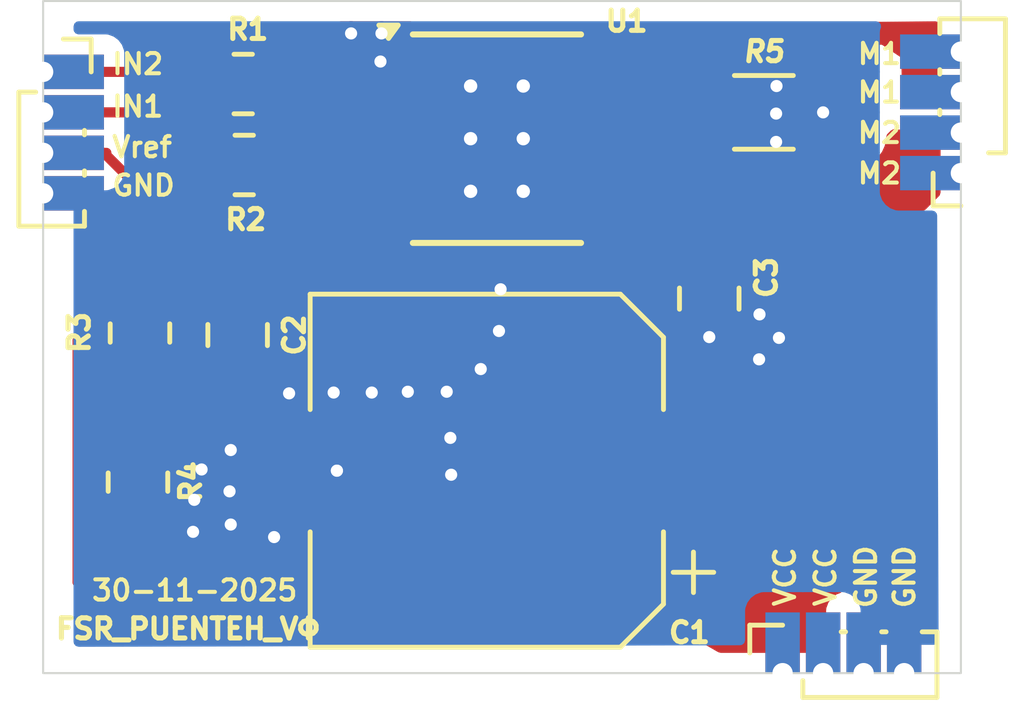
<source format=kicad_pcb>
(kicad_pcb (version 20241229) (generator "pcbnew") (generator_version "9.0")
  (layers (0 "F.Cu" signal) (2 "B.Cu" signal) (13 "F.Paste" user) (15 "B.Paste" user) (5 "F.SilkS" user "F.Silkscreen") (7 "B.SilkS" user "B.Silkscreen") (1 "F.Mask" user) (3 "B.Mask" user) (25 "Edge.Cuts" user))
  (net 0 "")
  (net 1 "GND")
  (net 2 "VCC")
  (net 3 "Net-(J1-Pin_3)")
  (net 4 "Net-(J1-Pin_1)")
  (net 5 "Net-(J1-Pin_2)")
  (net 6 "Net-(J3-Pin_3)")
  (net 7 "Net-(J3-Pin_1)")
  (net 8 "Net-(U1-IN2)")
  (net 9 "Net-(U1-IN1)")
  (net 10 "Net-(U1-ISEN)")
  (footprint "Package_SO:Texas_HTSOP-8-1EP_3.9x4.9mm_P1.27mm_EP2.95x4.9mm_Mask2.4x3.1mm_ThermalVias" (layer "F.Cu") (at 148.95 88.75)
    (property "Reference" "U1" (at 3.2 -2.9 0) (layer "F.SilkS") (effects (font (size 0.5 0.5) (thickness 0.125))))
    (property "Value" "DRV8870DDA" (hide yes))
    (fp_line (start -2.075 -2.575) (end 2.075 -2.575) (stroke (width 0.15)) (layer "F.SilkS"))
    (fp_line (start -2.075 2.575) (end 2.075 2.575) (stroke (width 0.15)) (layer "F.SilkS"))
    (fp_poly (pts (xy -2.675 -2.475) (xy -2.915 -2.805) (xy -2.435 -2.805) (xy -2.675 -2.475)) (stroke (width 0.12)) (fill yes) (layer "F.SilkS"))
    (pad "1" smd rect (at -2.875 -1.905) (size 2.2 0.5) (layers "F.Cu" "F.Mask" "F.Paste") (net 1 "GND"))
    (pad "2" smd rect (at -2.875 -0.635) (size 2.2 0.5) (layers "F.Cu" "F.Mask" "F.Paste") (net 8 "Net-(U1-IN2)"))
    (pad "3" smd rect (at -2.875 0.635) (size 2.2 0.5) (layers "F.Cu" "F.Mask" "F.Paste") (net 9 "Net-(U1-IN1)"))
    (pad "4" smd rect (at -2.875 1.905) (size 2.2 0.5) (layers "F.Cu" "F.Mask" "F.Paste") (net 3 "Net-(J1-Pin_3)"))
    (pad "5" smd rect (at 2.875 1.905) (size 2.2 0.5) (layers "F.Cu" "F.Mask" "F.Paste") (net 2 "VCC"))
    (pad "6" smd rect (at 2.875 0.635) (size 2.2 0.5) (layers "F.Cu" "F.Mask" "F.Paste") (net 7 "Net-(J3-Pin_1)"))
    (pad "7" smd rect (at 2.875 -0.635) (size 2.2 0.5) (layers "F.Cu" "F.Mask" "F.Paste") (net 10 "Net-(U1-ISEN)"))
    (pad "8" smd rect (at 2.875 -1.905) (size 2.2 0.5) (layers "F.Cu" "F.Mask" "F.Paste") (net 6 "Net-(J3-Pin_3)"))
    (pad "9" thru_hole circle (at -0.65 -1.3) (size 0.63 0.63) (drill 0.33) (layers "*.Cu" "*.Mask") (net 1 "GND"))
    (pad "9" thru_hole circle (at -0.65 0) (size 0.63 0.63) (drill 0.33) (layers "*.Cu" "*.Mask") (net 1 "GND"))
    (pad "9" thru_hole circle (at -0.65 1.3) (size 0.63 0.63) (drill 0.33) (layers "*.Cu" "*.Mask") (net 1 "GND"))
    (pad "9" smd rect (at 0 0) (size 2.6 3.3) (layers "B.Cu") (net 1 "GND"))
    (pad "9" smd rect (at 0 0) (size 2.95 4.9) (layers "F.Cu") (net 1 "GND"))
    (pad "9" thru_hole circle (at 0.65 -1.3) (size 0.63 0.63) (drill 0.33) (layers "*.Cu" "*.Mask") (net 1 "GND"))
    (pad "9" thru_hole circle (at 0.65 0) (size 0.63 0.63) (drill 0.33) (layers "*.Cu" "*.Mask") (net 1 "GND"))
    (pad "9" thru_hole circle (at 0.65 1.3) (size 0.63 0.63) (drill 0.33) (layers "*.Cu" "*.Mask") (net 1 "GND"))
  )
  (footprint "Resistor_SMD:R_0805_2012Metric" (layer "F.Cu") (at 140.14 93.55 90)
    (property "Reference" "R3" (at 0.0125 -1.5 90) (layer "F.SilkS") (effects (font (size 0.5 0.5) (thickness 0.125))))
    (property "Value" "R_US" (hide yes))
    (fp_line (start -0.227064 -0.735) (end 0.227064 -0.735) (stroke (width 0.12)) (layer "F.SilkS"))
    (fp_line (start -0.227064 0.735) (end 0.227064 0.735) (stroke (width 0.12)) (layer "F.SilkS"))
    (pad "1" smd roundrect (at -0.9125 0 90) (size 1.025 1.4) (layers "F.Cu" "F.Mask" "F.Paste") (roundrect_rratio 0.243902) (net 3 "Net-(J1-Pin_3)"))
    (pad "2" smd roundrect (at 0.9125 0 90) (size 1.025 1.4) (layers "F.Cu" "F.Mask" "F.Paste") (roundrect_rratio 0.243902) (net 2 "VCC"))
  )
  (footprint "Resistor_SMD:R_0805_2012Metric" (layer "F.Cu") (at 142.6875 87.4)
    (property "Reference" "R1" (at 0.1125 -1.35 0) (layer "F.SilkS") (effects (font (size 0.5 0.5) (thickness 0.125))))
    (property "Value" "R_US" (hide yes))
    (fp_line (start -0.227064 -0.735) (end 0.227064 -0.735) (stroke (width 0.12)) (layer "F.SilkS"))
    (fp_line (start -0.227064 0.735) (end 0.227064 0.735) (stroke (width 0.12)) (layer "F.SilkS"))
    (pad "1" smd roundrect (at -0.9125 0) (size 1.025 1.4) (layers "F.Cu" "F.Mask" "F.Paste") (roundrect_rratio 0.243902) (net 5 "Net-(J1-Pin_2)"))
    (pad "2" smd roundrect (at 0.9125 0) (size 1.025 1.4) (layers "F.Cu" "F.Mask" "F.Paste") (roundrect_rratio 0.243902) (net 8 "Net-(U1-IN2)"))
  )
  (footprint "Capacitor_SMD:C_0805_2012Metric" (layer "F.Cu") (at 142.55 93.6 -90)
    (property "Reference" "C2" (at 0 -1.4 90) (layer "F.SilkS") (effects (font (size 0.5 0.5) (thickness 0.125))))
    (property "Value" "C" (hide yes))
    (fp_line (start -0.261252 0.735) (end 0.261252 0.735) (stroke (width 0.12)) (layer "F.SilkS"))
    (fp_line (start -0.261252 -0.735) (end 0.261252 -0.735) (stroke (width 0.12)) (layer "F.SilkS"))
    (pad "1" smd roundrect (at -0.95 0 270) (size 1 1.45) (layers "F.Cu" "F.Mask" "F.Paste") (net 3 "Net-(J1-Pin_3)"))
    (pad "2" smd roundrect (at 0.95 0 270) (size 1 1.45) (layers "F.Cu" "F.Mask" "F.Paste") (net 1 "GND"))
  )
  (footprint "Resistor_SMD:R_0805_2012Metric" (layer "F.Cu") (at 142.7125 89.4)
    (property "Reference" "R2" (at 0.0375 1.35 0) (layer "F.SilkS") (effects (font (size 0.5 0.5) (thickness 0.125))))
    (property "Value" "R_US" (hide yes))
    (fp_line (start -0.227064 -0.735) (end 0.227064 -0.735) (stroke (width 0.12)) (layer "F.SilkS"))
    (fp_line (start -0.227064 0.735) (end 0.227064 0.735) (stroke (width 0.12)) (layer "F.SilkS"))
    (pad "1" smd roundrect (at -0.9125 0) (size 1.025 1.4) (layers "F.Cu" "F.Mask" "F.Paste") (roundrect_rratio 0.243902) (net 4 "Net-(J1-Pin_1)"))
    (pad "2" smd roundrect (at 0.9125 0) (size 1.025 1.4) (layers "F.Cu" "F.Mask" "F.Paste") (roundrect_rratio 0.243902) (net 9 "Net-(U1-IN1)"))
  )
  (footprint "Capacitor_SMD:C_0805_2012Metric" (layer "F.Cu") (at 154.19 92.7 -90)
    (property "Reference" "C3" (at -0.52 -1.41 90) (layer "F.SilkS") (effects (font (size 0.5 0.5) (thickness 0.125))))
    (property "Value" "C" (hide yes))
    (fp_line (start -0.261252 0.735) (end 0.261252 0.735) (stroke (width 0.12)) (layer "F.SilkS"))
    (fp_line (start -0.261252 -0.735) (end 0.261252 -0.735) (stroke (width 0.12)) (layer "F.SilkS"))
    (pad "1" smd roundrect (at -0.95 0 270) (size 1 1.45) (layers "F.Cu" "F.Mask" "F.Paste") (net 2 "VCC"))
    (pad "2" smd roundrect (at 0.95 0 270) (size 1 1.45) (layers "F.Cu" "F.Mask" "F.Paste") (net 1 "GND"))
  )
  (footprint "Connector_PinSocket_1.00mm:PinSocket_1x04_P1.00mm_Vertical" (layer "F.Cu") (at 156 101.45 90)
    (property "Reference" "J2" (hide yes))
    (property "Value" "Conn_01x04_Socket" (hide yes))
    (fp_line (start 0.685 -0.81) (end 0.685 0) (stroke (width 0.12)) (layer "F.SilkS"))
    (fp_line (start 0 -0.81) (end 0.685 -0.81) (stroke (width 0.12)) (layer "F.SilkS"))
    (fp_line (start -1.1 0.5) (end -0.685 0.5) (stroke (width 0.12)) (layer "F.SilkS"))
    (fp_line (start -1.1 0.5) (end -1.1 3.81) (stroke (width 0.12)) (layer "F.SilkS"))
    (fp_line (start 0.52 1.445898) (end 0.52 1.554102) (stroke (width 0.12)) (layer "F.SilkS"))
    (fp_line (start 0.52 2.445898) (end 0.52 2.554102) (stroke (width 0.12)) (layer "F.SilkS"))
    (fp_line (start 0.52 3.445898) (end 0.52 3.81) (stroke (width 0.12)) (layer "F.SilkS"))
    (fp_line (start -1.1 3.81) (end 0.52 3.81) (stroke (width 0.12)) (layer "F.SilkS"))
    (pad "1" thru_hole rect (at -0.5 0 90) (size 1.5 0.85) (drill 0.5 (offset 0.75 0)) (layers "*.Cu" "*.Mask") (net 2 "VCC"))
    (pad "2" thru_hole rect (at -0.5 1 90) (size 1.5 0.85) (drill 0.5 (offset 0.75 0)) (layers "*.Cu" "*.Mask") (net 2 "VCC"))
    (pad "3" thru_hole rect (at -0.5 2 90) (size 1.5 0.85) (drill 0.5 (offset 0.75 0)) (layers "*.Cu" "*.Mask") (net 1 "GND"))
    (pad "4" thru_hole rect (at -0.5 3 90) (size 1.5 0.85) (drill 0.5 (offset 0.75 0)) (layers "*.Cu" "*.Mask") (net 1 "GND"))
  )
  (footprint "Resistor_SMD:R_0805_2012Metric" (layer "F.Cu") (at 140.09 97.2325 90)
    (property "Reference" "R4" (at 0.0125 1.3 90) (layer "F.SilkS") (effects (font (size 0.5 0.5) (thickness 0.125))))
    (property "Value" "R_US" (hide yes))
    (fp_line (start -0.227064 -0.735) (end 0.227064 -0.735) (stroke (width 0.12)) (layer "F.SilkS"))
    (fp_line (start -0.227064 0.735) (end 0.227064 0.735) (stroke (width 0.12)) (layer "F.SilkS"))
    (pad "1" smd roundrect (at -0.9125 0 90) (size 1.025 1.4) (layers "F.Cu" "F.Mask" "F.Paste") (roundrect_rratio 0.243902) (net 1 "GND"))
    (pad "2" smd roundrect (at 0.9125 0 90) (size 1.025 1.4) (layers "F.Cu" "F.Mask" "F.Paste") (roundrect_rratio 0.243902) (net 3 "Net-(J1-Pin_3)"))
  )
  (footprint "Connector_PinSocket_1.00mm:PinSocket_1x04_P1.00mm_Vertical" (layer "F.Cu") (at 160.4 89.6 180)
    (property "Reference" "J3" (hide yes))
    (property "Value" "Conn_01x04_Socket" (hide yes))
    (fp_line (start 0.685 -0.81) (end 0.685 0) (stroke (width 0.12)) (layer "F.SilkS"))
    (fp_line (start 0.52 3.445898) (end 0.52 3.81) (stroke (width 0.12)) (layer "F.SilkS"))
    (fp_line (start 0.52 2.445898) (end 0.52 2.554102) (stroke (width 0.12)) (layer "F.SilkS"))
    (fp_line (start 0.52 1.445898) (end 0.52 1.554102) (stroke (width 0.12)) (layer "F.SilkS"))
    (fp_line (start 0 -0.81) (end 0.685 -0.81) (stroke (width 0.12)) (layer "F.SilkS"))
    (fp_line (start -1.1 3.81) (end 0.52 3.81) (stroke (width 0.12)) (layer "F.SilkS"))
    (fp_line (start -1.1 0.5) (end -0.685 0.5) (stroke (width 0.12)) (layer "F.SilkS"))
    (fp_line (start -1.1 0.5) (end -1.1 3.81) (stroke (width 0.12)) (layer "F.SilkS"))
    (pad "1" thru_hole rect (at 0 0 180) (size 1.5 0.85) (drill 0.5 (offset 0.75 0)) (layers "*.Cu" "*.Mask") (net 7 "Net-(J3-Pin_1)"))
    (pad "2" thru_hole rect (at 0 1 180) (size 1.5 0.85) (drill 0.5 (offset 0.75 0)) (layers "*.Cu" "*.Mask") (net 7 "Net-(J3-Pin_1)"))
    (pad "3" thru_hole rect (at 0 2 180) (size 1.5 0.85) (drill 0.5 (offset 0.75 0)) (layers "*.Cu" "*.Mask") (net 6 "Net-(J3-Pin_3)"))
    (pad "4" thru_hole rect (at 0 3 180) (size 1.5 0.85) (drill 0.5 (offset 0.75 0)) (layers "*.Cu" "*.Mask") (net 6 "Net-(J3-Pin_3)"))
  )
  (footprint "Resistor_SMD:R_1206_3216Metric" (layer "F.Cu") (at 155.5375 88.1)
    (property "Reference" "R5" (at 0 -1.5 0) (layer "F.SilkS") (effects (font (size 0.5 0.5) (thickness 0.125) (italic yes))))
    (property "Value" "R_US" (hide yes))
    (fp_line (start -0.727064 -0.91) (end 0.727064 -0.91) (stroke (width 0.12)) (layer "F.SilkS"))
    (fp_line (start -0.727064 0.91) (end 0.727064 0.91) (stroke (width 0.12)) (layer "F.SilkS"))
    (pad "1" smd roundrect (at -1.4625 0) (size 1.125 1.75) (layers "F.Cu" "F.Mask" "F.Paste") (roundrect_rratio 0.222222) (net 10 "Net-(U1-ISEN)"))
    (pad "2" smd roundrect (at 1.4625 0) (size 1.125 1.75) (layers "F.Cu" "F.Mask" "F.Paste") (roundrect_rratio 0.222222) (net 1 "GND"))
  )
  (footprint "Capacitor_SMD:CP_Elec_8x10.5" (layer "F.Cu") (at 148.7 96.95 180)
    (property "Reference" "C1" (at -5 -4 0) (layer "F.SilkS") (effects (font (size 0.5 0.5) (thickness 0.125))))
    (property "Value" "C_Polarized" (hide yes))
    (fp_line (start 4.36 4.36) (end 4.36 1.51) (stroke (width 0.12)) (layer "F.SilkS"))
    (fp_line (start 4.36 -4.36) (end 4.36 -1.51) (stroke (width 0.12)) (layer "F.SilkS"))
    (fp_line (start -3.295563 4.36) (end 4.36 4.36) (stroke (width 0.12)) (layer "F.SilkS"))
    (fp_line (start -3.295563 -4.36) (end 4.36 -4.36) (stroke (width 0.12)) (layer "F.SilkS"))
    (fp_line (start -4.36 3.295563) (end -3.295563 4.36) (stroke (width 0.12)) (layer "F.SilkS"))
    (fp_line (start -4.36 3.295563) (end -4.36 1.51) (stroke (width 0.12)) (layer "F.SilkS"))
    (fp_line (start -4.36 -3.295563) (end -3.295563 -4.36) (stroke (width 0.12)) (layer "F.SilkS"))
    (fp_line (start -4.36 -3.295563) (end -4.36 -1.51) (stroke (width 0.12)) (layer "F.SilkS"))
    (fp_line (start -5.1 -3.01) (end -5.1 -2.01) (stroke (width 0.12)) (layer "F.SilkS"))
    (fp_line (start -5.6 -2.51) (end -4.6 -2.51) (stroke (width 0.12)) (layer "F.SilkS"))
    (pad "1" smd roundrect (at -3.7 0 180) (size 4.4 2.5) (layers "F.Cu" "F.Mask" "F.Paste") (roundrect_rratio 0.1) (net 2 "VCC"))
    (pad "2" smd roundrect (at 3.7 0 180) (size 4.4 2.5) (layers "F.Cu" "F.Mask" "F.Paste") (roundrect_rratio 0.1) (net 1 "GND"))
  )
  (footprint "Connector_PinSocket_1.00mm:PinSocket_1x04_P1.00mm_Vertical" (layer "F.Cu") (at 138.25 87.1)
    (property "Reference" "J1" (hide yes))
    (property "Value" "Conn_01x04_Socket" (hide yes))
    (fp_line (start -1.1 0.5) (end -1.1 3.81) (stroke (width 0.12)) (layer "F.SilkS"))
    (fp_line (start -1.1 0.5) (end -0.685 0.5) (stroke (width 0.12)) (layer "F.SilkS"))
    (fp_line (start -1.1 3.81) (end 0.52 3.81) (stroke (width 0.12)) (layer "F.SilkS"))
    (fp_line (start 0 -0.81) (end 0.685 -0.81) (stroke (width 0.12)) (layer "F.SilkS"))
    (fp_line (start 0.52 1.445898) (end 0.52 1.554102) (stroke (width 0.12)) (layer "F.SilkS"))
    (fp_line (start 0.52 2.445898) (end 0.52 2.554102) (stroke (width 0.12)) (layer "F.SilkS"))
    (fp_line (start 0.52 3.445898) (end 0.52 3.81) (stroke (width 0.12)) (layer "F.SilkS"))
    (fp_line (start 0.685 -0.81) (end 0.685 0) (stroke (width 0.12)) (layer "F.SilkS"))
    (pad "1" thru_hole rect (at -0.5 1) (size 1.5 0.85) (drill 0.5 (offset 0.75 0)) (layers "*.Cu" "*.Mask" "Eco1.User") (net 4 "Net-(J1-Pin_1)"))
    (pad "2" thru_hole rect (at -0.5 0) (size 1.5 0.85) (drill 0.5 (offset 0.75 0)) (layers "*.Cu" "B.Mask") (net 5 "Net-(J1-Pin_2)"))
    (pad "3" thru_hole rect (at -0.5 2) (size 1.5 0.85) (drill 0.5 (offset 0.75 0)) (layers "*.Cu" "*.Mask") (net 3 "Net-(J1-Pin_3)"))
    (pad "4" thru_hole rect (at -0.5 3) (size 1.5 0.85) (drill 0.5 (offset 0.75 0)) (layers "*.Cu" "*.Mask") (net 1 "GND"))
  )
  (gr_rect (start 137.75 85.35) (end 160.4 101.95) (stroke (width 0.05)) (fill no) (layer "Edge.Cuts"))
  (gr_text "GND" (at 139.4 90.2 0) (layer "F.SilkS") (effects (font (size 0.5 0.5) (thickness 0.1) (bold yes)) (justify left bottom)))
  (gr_text "Vref" (at 139.4 89.25 0) (layer "F.SilkS") (effects (font (size 0.5 0.5) (thickness 0.1) (bold yes)) (justify left bottom)))
  (gr_text "IN1" (at 139.4 88.25 0) (layer "F.SilkS") (effects (font (size 0.5 0.5) (thickness 0.1) (bold yes)) (justify left bottom)))
  (gr_text "GND" (at 158.35 100.4 90) (layer "F.SilkS") (effects (font (size 0.5 0.5) (thickness 0.1)) (justify left bottom)))
  (gr_text "30-11-2025\n" (at 138.9 100.2 0) (layer "F.SilkS") (effects (font (size 0.5 0.5) (thickness 0.1)) (justify left bottom)))
  (gr_text "M1" (at 157.8 86.95 0) (layer "F.SilkS") (effects (font (size 0.5 0.5) (thickness 0.1) (bold yes)) (justify left bottom)))
  (gr_text "M1" (at 157.8 87.9 0) (layer "F.SilkS") (effects (font (size 0.5 0.5) (thickness 0.1) (bold yes)) (justify left bottom)))
  (gr_text "M2" (at 157.8 89.9 0) (layer "F.SilkS") (effects (font (size 0.5 0.5) (thickness 0.1) (bold yes)) (justify left bottom)))
  (gr_text "FSR_PUENTEH_VФ" (at 138 101.15 0) (layer "F.SilkS") (effects (font (size 0.5 0.5) (thickness 0.125) (bold yes)) (justify left bottom)))
  (gr_text "VCC" (at 156.35 100.35 90) (layer "F.SilkS") (effects (font (size 0.5 0.5) (thickness 0.1)) (justify left bottom)))
  (gr_text "IN2" (at 139.4 87.2 0) (layer "F.SilkS") (effects (font (size 0.5 0.5) (thickness 0.1) (bold yes)) (justify left bottom)))
  (gr_text "VCC" (at 157.35 100.35 90) (layer "F.SilkS") (effects (font (size 0.5 0.5) (thickness 0.1)) (justify left bottom)))
  (gr_text "GND" (at 159.3 100.4 90) (layer "F.SilkS") (effects (font (size 0.5 0.5) (thickness 0.1)) (justify left bottom)))
  (gr_text "M2" (at 157.8 88.9 0) (layer "F.SilkS") (effects (font (size 0.5 0.5) (thickness 0.1) (bold yes)) (justify left bottom)))
  (via (at 142.35 97.46) (size 0.6) (drill 0.3) (layers "F.Cu" "B.Cu") (net 1))
  (via (at 145 96.95) (size 0.6) (drill 0.3) (layers "F.Cu" "B.Cu") (net 1))
  (via (at 147.71 95) (size 0.6) (drill 0.3) (layers "F.Cu" "B.Cu") (net 1))
  (via (at 141.66 96.92) (size 0.6) (drill 0.3) (layers "F.Cu" "B.Cu") (net 1))
  (via (at 143.82 95.04) (size 0.6) (drill 0.3) (layers "F.Cu" "B.Cu") (net 1))
  (via (at 142.38 98.28) (size 0.6) (drill 0.3) (layers "F.Cu" "B.Cu") (net 1))
  (via (at 142.38 96.44) (size 0.6) (drill 0.3) (layers "F.Cu" "B.Cu") (net 1))
  (via (at 155.84 88.83) (size 0.6) (drill 0.3) (layers "F.Cu" "B.Cu") (net 1))
  (via (at 155.91 93.67) (size 0.6) (drill 0.3) (layers "F.Cu" "B.Cu") (net 1))
  (via (at 157 88.1) (size 0.6) (drill 0.3) (layers "F.Cu" "B.Cu") (net 1))
  (via (at 144.92 95.02) (size 0.6) (drill 0.3) (layers "F.Cu" "B.Cu") (net 1))
  (via (at 143.45 98.59) (size 0.6) (drill 0.3) (layers "F.Cu" "B.Cu") (net 1))
  (via (at 147.82 97.05) (size 0.6) (drill 0.3) (layers "F.Cu" "B.Cu") (net 1))
  (via (at 149.04 92.47) (size 0.6) (drill 0.3) (layers "F.Cu" "B.Cu") (net 1))
  (via (at 141.45 98.46) (size 0.6) (drill 0.3) (layers "F.Cu" "B.Cu") (net 1))
  (via (at 146.75 95) (size 0.6) (drill 0.3) (layers "F.Cu" "B.Cu") (net 1))
  (via (at 145.86 95.02) (size 0.6) (drill 0.3) (layers "F.Cu" "B.Cu") (net 1))
  (via (at 148.55 94.44) (size 0.6) (drill 0.3) (layers "F.Cu" "B.Cu") (net 1))
  (via (at 146.075 86.845) (size 0.6) (drill 0.3) (layers "F.Cu" "B.Cu") (net 1))
  (via (at 145 96.95) (size 0.6) (drill 0.3) (layers "F.Cu" "B.Cu") (net 1))
  (via (at 155.84 88.13) (size 0.6) (drill 0.3) (layers "F.Cu" "B.Cu") (net 1))
  (via (at 149 93.5) (size 0.6) (drill 0.3) (layers "F.Cu" "B.Cu") (net 1))
  (via (at 155.43 93.09) (size 0.6) (drill 0.3) (layers "F.Cu" "B.Cu") (net 1))
  (via (at 154.19 93.65) (size 0.6) (drill 0.3) (layers "F.Cu" "B.Cu") (net 1))
  (via (at 147.8 96.14) (size 0.6) (drill 0.3) (layers "F.Cu" "B.Cu") (net 1))
  (via (at 145.35 86.15) (size 0.6) (drill 0.3) (layers "F.Cu" "B.Cu") (net 1))
  (via (at 155.85 87.45) (size 0.6) (drill 0.3) (layers "F.Cu" "B.Cu") (net 1))
  (via (at 155.42 94.2) (size 0.6) (drill 0.3) (layers "F.Cu" "B.Cu") (net 1))
  (via (at 141.48 97.67) (size 0.6) (drill 0.3) (layers "F.Cu" "B.Cu") (net 1))
  (via (at 146.1 86.15) (size 0.6) (drill 0.3) (layers "F.Cu" "B.Cu") (net 1))
  (segment (start 139.7025 92.6375) (end 138.6 93.74) (width 0.25) (layer "F.Cu") (net 2))
  (segment (start 139.44 100.54) (end 148.81 100.54) (width 0.25) (layer "F.Cu") (net 2))
  (segment (start 152.92 91.75) (end 151.825 90.655) (width 0.75) (layer "F.Cu") (net 2))
  (segment (start 138.6 99.7) (end 139.44 100.54) (width 0.25) (layer "F.Cu") (net 2))
  (segment (start 154.19 91.75) (end 152.92 91.75) (width 0.75) (layer "F.Cu") (net 2))
  (segment (start 140.14 92.6375) (end 139.7025 92.6375) (width 0.25) (layer "F.Cu") (net 2))
  (segment (start 148.81 100.54) (end 152.4 96.95) (width 0.25) (layer "F.Cu") (net 2))
  (segment (start 138.6 93.74) (end 138.6 99.7) (width 0.25) (layer "F.Cu") (net 2))
  (segment (start 140.25 94.475) (end 140.425 94.475) (width 0.25) (layer "F.Cu") (net 3))
  (segment (start 142.2625 92.6375) (end 142.3 92.6) (width 0.25) (layer "F.Cu") (net 3))
  (segment (start 144.545 90.655) (end 142.55 92.65) (width 0.25) (layer "F.Cu") (net 3))
  (segment (start 142.55 92.4) (end 139.25 89.1) (width 0.25) (layer "F.Cu") (net 3))
  (segment (start 140.14 94.4625) (end 140.14 96.27) (width 0.25) (layer "F.Cu") (net 3))
  (segment (start 145.89 90.84) (end 146.075 90.655) (width 0.25) (layer "F.Cu") (net 3))
  (segment (start 142.55 92.65) (end 142.55 92.4) (width 0.25) (layer "F.Cu") (net 3))
  (segment (start 139.25 89.1) (end 139.31 89.1) (width 0.25) (layer "F.Cu") (net 3))
  (segment (start 140.7375 94.4625) (end 142.55 92.65) (width 0.25) (layer "F.Cu") (net 3))
  (segment (start 146.075 90.655) (end 144.545 90.655) (width 0.25) (layer "F.Cu") (net 3))
  (segment (start 140.14 94.4625) (end 140.7375 94.4625) (width 0.25) (layer "F.Cu") (net 3))
  (segment (start 140.14 96.27) (end 140.09 96.32) (width 0.25) (layer "F.Cu") (net 3))
  (segment (start 141.8 89.4) (end 140.5 88.1) (width 0.25) (layer "F.Cu") (net 4))
  (segment (start 140.5 88.1) (end 138.376 88.1) (width 0.25) (layer "F.Cu") (net 4))
  (segment (start 141.475 87.1) (end 138.376 87.1) (width 0.25) (layer "F.Cu") (net 5))
  (segment (start 141.775 87.4) (end 141.475 87.1) (width 0.25) (layer "F.Cu") (net 5))
  (segment (start 143.6 87.4) (end 144.315 88.115) (width 0.25) (layer "F.Cu") (net 8))
  (segment (start 144.315 88.115) (end 146.075 88.115) (width 0.25) (layer "F.Cu") (net 8))
  (segment (start 146.06 89.4) (end 146.075 89.385) (width 0.25) (layer "F.Cu") (net 9))
  (segment (start 143.625 89.4) (end 146.06 89.4) (width 0.25) (layer "F.Cu") (net 9))
  (segment (start 151.825 88.115) (end 154.06 88.115) (width 0.75) (layer "F.Cu") (net 10))
  (segment (start 154.06 88.115) (end 154.075 88.1) (width 0.75) (layer "F.Cu") (net 10))
  (zone (net 1) (net_name "GND") (layer "F.Cu") (priority 5) (connect_pads yes (clearance 0.5)) (min_thickness 0.25) (fill yes (thermal_gap 0.5) (thermal_bridge_width 0.5))
    (polygon (pts (xy 155.73 87.05) (xy 157.56 87.05) (xy 158.05 87.54) (xy 158.05 88.78) (xy 157.63 89.2) (xy 155.63 89.2) (xy 155.13 88.7) (xy 155.13 87.65)))
  )
  (zone (net 6) (net_name "Net-(J3-Pin_3)") (layer "F.Cu") (priority 3) (connect_pads yes (clearance 0.5)) (min_thickness 0.25) (fill yes (thermal_gap 0.5) (thermal_bridge_width 0.5))
    (polygon (pts (xy 151.02 86.99) (xy 152.67 86.99) (xy 152.82 86.82) (xy 152.84 86.46) (xy 152.95 86.38) (xy 158.45 86.43) (xy 158.93 86.75) (xy 158.95 87.81) (xy 159.07 87.94) (xy 159.96 87.94) (xy 160.04 87.81) (xy 160.05 86.86) (xy 160.06 85.98) (xy 159.87 85.85) (xy 150.73 85.93) (xy 150.64 86.07) (xy 150.67 86.77)))
  )
  (zone (net 7) (net_name "Net-(J3-Pin_1)") (layer "F.Cu") (priority 4) (connect_pads yes (clearance 0.5)) (min_thickness 0.25) (fill yes (thermal_gap 0.5) (thermal_bridge_width 0.5))
    (polygon (pts (xy 153.33 89.37) (xy 153.67 89.71) (xy 157.51 89.71) (xy 158.79 88.43) (xy 159.89 88.43) (xy 160.01 88.55) (xy 160.01 90.02) (xy 159.49 90.54) (xy 153.39 90.54) (xy 152.83 89.98) (xy 151.23 89.98) (xy 150.98 89.73) (xy 150.98 89.53) (xy 151.09 89.37) (xy 151.19 89.36) (xy 151.24 89.37)))
  )
  (zone (net 1) (net_name "GND") (layer "F.Cu") (priority 6) (connect_pads yes (clearance 0.5)) (min_thickness 0.25) (fill yes (thermal_gap 0.5) (thermal_bridge_width 0.5))
    (polygon (pts (xy 153.93 92.7) (xy 155.95 92.7) (xy 156.36 93.11) (xy 156.36 94.16) (xy 155.93 94.59) (xy 153.84 94.59) (xy 153.43 94.18) (xy 153.43 93.2)))
  )
  (zone (net 1) (net_name "GND") (layer "F.Cu") (priority 7) (connect_pads yes (clearance 0.5)) (min_thickness 0.25) (fill yes (thermal_gap 0.5) (thermal_bridge_width 0.5))
    (polygon (pts (xy 147.08 86.46) (xy 147.08 86.06) (xy 146.87 85.85) (xy 145.05 85.85) (xy 144.59 86.31) (xy 144.59 86.94) (xy 144.79 87.14) (xy 146.4 87.14)))
  )
  (zone (net 1) (net_name "GND") (layer "F.Cu") (priority 2) (connect_pads yes (clearance 0.5)) (min_thickness 0.25) (fill yes (thermal_gap 0.5) (thermal_bridge_width 0.5))
    (polygon (pts (xy 140.09 97.2325) (xy 140.7 97.2625) (xy 142.3 95.55) (xy 142.4 94.45) (xy 146.9 93.7) (xy 147.84 92.86) (xy 147.85 88.1) (xy 149.95 88.1) (xy 149.7 94.11) (xy 149.37 96.61) (xy 147.7 98.8) (xy 139.86 98.73) (xy 139.61 97.91)))
  )
  (zone (net 2) (net_name "VCC") (layer "F.Cu") (priority 1) (connect_pads yes (clearance 0.5)) (min_thickness 0.25) (fill yes (thermal_gap 0.5) (thermal_bridge_width 0.5))
    (polygon (pts (xy 154.7 101.6) (xy 157.5 101.7325) (xy 157.5 97.05) (xy 155.15 95.55) (xy 153.15 95.55) (xy 153.1 91.15) (xy 152.65 90.65) (xy 151 90.65) (xy 151.1 95) (xy 150.1 95.75) (xy 150.1 98.95)))
  )
  (zone (net 1) (net_name "GND") (layer "B.Cu") (connect_pads yes (clearance 0.5)) (min_thickness 0.25) (fill yes (thermal_gap 0.5) (thermal_bridge_width 0.5))
    (polygon (pts (xy 138.5 85.741128) (xy 159.799154 85.69113) (xy 159.85 101.25) (xy 138.5 101.3)))
  )
)
</source>
